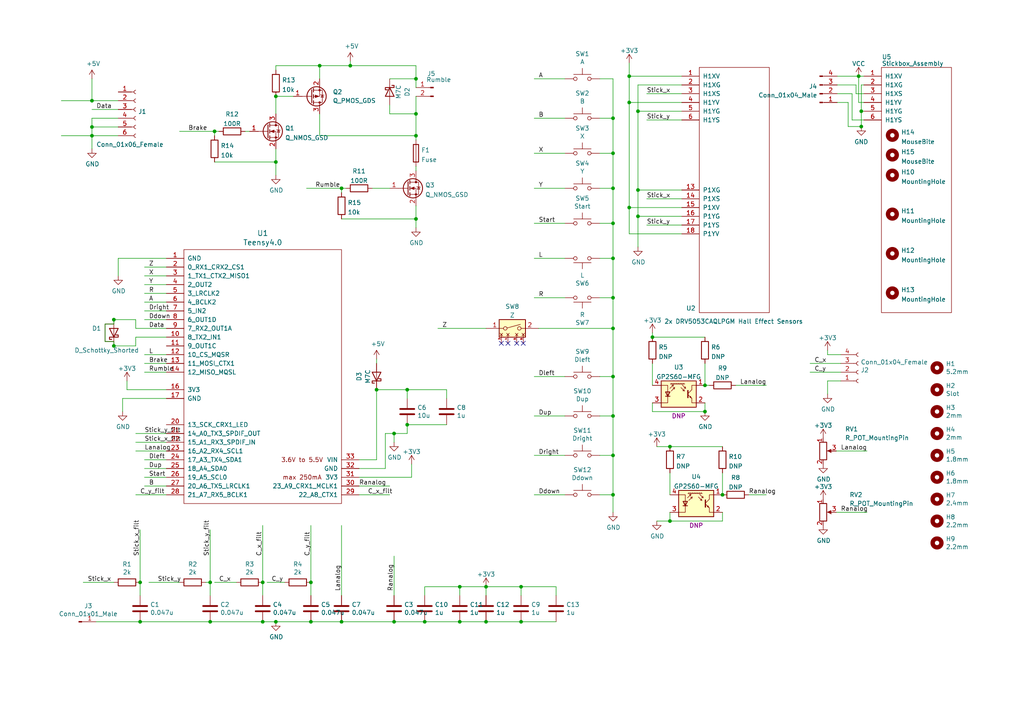
<source format=kicad_sch>
(kicad_sch (version 20211123) (generator eeschema)
  (paper "A4")
  (lib_symbols
    (symbol "Connector:Conn_01x01_Male" (pin_names (offset 1.016) hide)
      (property "Reference" "J" (at 0 2.54 0))
      (property "Value" "Conn_01x01_Male" (at 0 -2.54 0))
      (symbol "Conn_01x01_Male_1_1"
        (pin passive line (at 5.08 0 180) (length 3.81) (name "Pin_1") (number "1"))
      )
    )
    (symbol "Connector:Conn_01x02_Male" (pin_names (offset 1.016) hide)
      (property "Reference" "J" (at 0 2.54 0))
      (property "Value" "Conn_01x02_Male" (at 0 -5.08 0))
      (symbol "Conn_01x02_Male_1_1"
        (pin passive line (at 5.08 0 180) (length 3.81) (name "Pin_1") (number "1"))
        (pin passive line (at 5.08 -2.54 180) (length 3.81) (name "Pin_2") (number "2"))
      )
    )
    (symbol "Connector:Conn_01x04_Female" (pin_names (offset 1.016) hide)
      (property "Reference" "J" (at 0 5.08 0))
      (property "Value" "Conn_01x04_Female" (at 0 -7.62 0))
      (symbol "Conn_01x04_Female_1_1"
        (pin passive line (at -5.08 2.54 0) (length 3.81) (name "Pin_1") (number "1"))
        (pin passive line (at -5.08 0 0) (length 3.81) (name "Pin_2") (number "2"))
        (pin passive line (at -5.08 -2.54 0) (length 3.81) (name "Pin_3") (number "3"))
        (pin passive line (at -5.08 -5.08 0) (length 3.81) (name "Pin_4") (number "4"))
      )
    )
    (symbol "Connector:Conn_01x04_Male" (pin_names (offset 1.016) hide)
      (property "Reference" "J" (at 0 5.08 0))
      (property "Value" "Conn_01x04_Male" (at 0 -7.62 0))
      (symbol "Conn_01x04_Male_1_1"
        (pin passive line (at 5.08 2.54 180) (length 3.81) (name "Pin_1") (number "1"))
        (pin passive line (at 5.08 0 180) (length 3.81) (name "Pin_2") (number "2"))
        (pin passive line (at 5.08 -2.54 180) (length 3.81) (name "Pin_3") (number "3"))
        (pin passive line (at 5.08 -5.08 180) (length 3.81) (name "Pin_4") (number "4"))
      )
    )
    (symbol "Connector:Conn_01x06_Female" (pin_names (offset 1.016) hide)
      (property "Reference" "J" (at 0 7.62 0))
      (property "Value" "Conn_01x06_Female" (at 0 -10.16 0))
      (symbol "Conn_01x06_Female_1_1"
        (pin passive line (at -5.08 5.08 0) (length 3.81) (name "Pin_1") (number "1"))
        (pin passive line (at -5.08 2.54 0) (length 3.81) (name "Pin_2") (number "2"))
        (pin passive line (at -5.08 0 0) (length 3.81) (name "Pin_3") (number "3"))
        (pin passive line (at -5.08 -2.54 0) (length 3.81) (name "Pin_4") (number "4"))
        (pin passive line (at -5.08 -5.08 0) (length 3.81) (name "Pin_5") (number "5"))
        (pin passive line (at -5.08 -7.62 0) (length 3.81) (name "Pin_6") (number "6"))
      )
    )
    (symbol "Device:C" (pin_numbers hide) (pin_names (offset 0.254))
      (property "Reference" "C" (at 0.635 2.54 0))
      (property "Value" "C" (at 0.635 -2.54 0))
      (symbol "C_1_1"
        (pin passive line (at 0 3.81 270) (length 2.794) (name "~") (number "1"))
        (pin passive line (at 0 -3.81 90) (length 2.794) (name "~") (number "2"))
      )
    )
    (symbol "Device:D_Schottky" (pin_numbers hide) (pin_names (offset 1.016) hide)
      (property "Reference" "D" (at 0 2.54 0))
      (property "Value" "D_Schottky" (at 0 -2.54 0))
      (symbol "D_Schottky_1_1"
        (pin passive line (at -3.81 0 0) (length 2.54) (name "K") (number "1"))
        (pin passive line (at 3.81 0 180) (length 2.54) (name "A") (number "2"))
      )
    )
    (symbol "Device:Fuse" (pin_numbers hide) (pin_names (offset 0))
      (property "Reference" "F" (at 2.032 0 90))
      (property "Value" "Fuse" (at -1.905 0 90))
      (symbol "Fuse_1_1"
        (pin passive line (at 0 3.81 270) (length 1.27) (name "~") (number "1"))
        (pin passive line (at 0 -3.81 90) (length 1.27) (name "~") (number "2"))
      )
    )
    (symbol "Device:Q_NMOS_GSD" (pin_names (offset 0) hide)
      (property "Reference" "Q" (at 5.08 1.27 0))
      (property "Value" "Q_NMOS_GSD" (at 5.08 -1.27 0))
      (symbol "Q_NMOS_GSD_1_1"
        (pin input line (at -5.08 0 0) (length 2.54) (name "G") (number "1"))
        (pin passive line (at 2.54 -5.08 90) (length 2.54) (name "S") (number "2"))
        (pin passive line (at 2.54 5.08 270) (length 2.54) (name "D") (number "3"))
      )
    )
    (symbol "Device:Q_PMOS_GSD" (pin_names (offset 0) hide)
      (property "Reference" "Q" (at 5.08 1.27 0))
      (property "Value" "Q_PMOS_GSD" (at 5.08 -1.27 0))
      (symbol "Q_PMOS_GSD_1_1"
        (pin input line (at -5.08 0 0) (length 2.54) (name "G") (number "1"))
        (pin passive line (at 2.54 -5.08 90) (length 2.54) (name "S") (number "2"))
        (pin passive line (at 2.54 5.08 270) (length 2.54) (name "D") (number "3"))
      )
    )
    (symbol "Device:R" (pin_numbers hide) (pin_names (offset 0))
      (property "Reference" "R" (at 2.032 0 90))
      (property "Value" "R" (at 0 0 90))
      (symbol "R_1_1"
        (pin passive line (at 0 3.81 270) (length 1.27) (name "~") (number "1"))
        (pin passive line (at 0 -3.81 90) (length 1.27) (name "~") (number "2"))
      )
    )
    (symbol "GCC:+3.3V" (power) (pin_names (offset 0))
      (property "Value" "+3.3V" (at 0 3.556 0))
      (symbol "+3.3V_1_1"
        (pin power_in line (at 0 0 90) (length 0) hide (name "+3V3") (number "1"))
      )
    )
    (symbol "GCC:Gamecube-MB-rescue_Slider_GCC-Gamecube_MB" (pin_names (offset 1.016) hide)
      (property "Reference" "RV" (at -8.255 0 90))
      (property "Value" "Gamecube-MB-rescue_Slider_GCC-Gamecube_MB" (at -6.35 0 90))
      (symbol "Gamecube-MB-rescue_Slider_GCC-Gamecube_MB_1_1"
        (pin passive line (at 0 3.81 270) (length 1.27) (name "V+") (number "1"))
        (pin passive line (at 0 -3.81 90) (length 1.27) (name "GND") (number "2"))
        (pin passive line (at 3.81 0 180) (length 1.27) (name "Signal") (number "3"))
      )
    )
    (symbol "GCC:Gamecube-MB-rescue_Stickbox_Assembly-Gamecube_MB" (pin_names (offset 1.016))
      (property "Reference" "U" (at 12.7 -41.91 90))
      (property "Value" "Gamecube-MB-rescue_Stickbox_Assembly-Gamecube_MB" (at 8.89 -35.56 90))
      (symbol "Gamecube-MB-rescue_Stickbox_Assembly-Gamecube_MB_0_0"
        (pin unspecified line (at -5.08 -2.54 0) (length 5.08) (name "H1XV") (number "1"))
        (pin unspecified line (at -5.08 -35.56 0) (length 5.08) (name "P1XG") (number "13"))
        (pin unspecified line (at -5.08 -38.1 0) (length 5.08) (name "P1XS") (number "14"))
        (pin unspecified line (at -5.08 -40.64 0) (length 5.08) (name "P1XV") (number "15"))
        (pin unspecified line (at -5.08 -43.18 0) (length 5.08) (name "P1YG") (number "16"))
        (pin unspecified line (at -5.08 -45.72 0) (length 5.08) (name "P1YS") (number "17"))
        (pin unspecified line (at -5.08 -48.26 0) (length 5.08) (name "P1YV") (number "18"))
        (pin unspecified line (at -5.08 -5.08 0) (length 5.08) (name "H1XG") (number "2"))
        (pin unspecified line (at -5.08 -7.62 0) (length 5.08) (name "H1XS") (number "3"))
        (pin unspecified line (at -5.08 -10.16 0) (length 5.08) (name "H1YV") (number "4"))
        (pin unspecified line (at -5.08 -12.7 0) (length 5.08) (name "H1YG") (number "5"))
        (pin unspecified line (at -5.08 -15.24 0) (length 5.08) (name "H1YS") (number "6"))
      )
    )
    (symbol "Gamecube MB:D_Schottky_Shorted" (pin_numbers hide) (pin_names (offset 1.016) hide)
      (property "Reference" "D" (at 0 3.81 0))
      (property "Value" "D_Schottky_Shorted" (at 0 -2.54 0))
      (symbol "D_Schottky_Shorted_1_1"
        (pin passive line (at -3.81 0 0) (length 2.54) (name "K") (number "1"))
        (pin passive line (at 3.81 0 180) (length 2.54) (name "A") (number "2"))
      )
    )
    (symbol "Gamecube MB:Stickbox_Assembly_Hall_Only" (pin_names (offset 1.016))
      (property "Reference" "U2" (at -3.81 -69.85 0))
      (property "Value" "Stickbox_Assembly_Hall_Only" (at -10.16 -73.66 0))
      (symbol "Stickbox_Assembly_Hall_Only_0_0"
        (pin unspecified line (at -5.08 -2.54 0) (length 5.08) (name "H1XV") (number "1"))
        (pin unspecified line (at -5.08 -5.08 0) (length 5.08) (name "H1XG") (number "2"))
        (pin unspecified line (at -5.08 -7.62 0) (length 5.08) (name "H1XS") (number "3"))
        (pin unspecified line (at -5.08 -10.16 0) (length 5.08) (name "H1YV") (number "4"))
        (pin unspecified line (at -5.08 -12.7 0) (length 5.08) (name "H1YG") (number "5"))
        (pin unspecified line (at -5.08 -15.24 0) (length 5.08) (name "H1YS") (number "6"))
      )
    )
    (symbol "Mechanical:MountingHole" (pin_names (offset 1.016))
      (property "Reference" "H" (at 0 5.08 0))
      (property "Value" "MountingHole" (at 0 3.175 0))
    )
    (symbol "PhobGCC_Symbol_Library:SW_DIP_x01" (pin_names (offset 0) hide)
      (property "Reference" "SW" (at 0 3.81 0))
      (property "Value" "SW_DIP_x01" (at -0.127 -5.461 0))
      (symbol "SW_DIP_x01_1_1"
        (pin passive line (at -7.62 0 0) (length 5.08) (name "~") (number "1"))
        (pin passive line (at 7.62 0 180) (length 5.08) (name "~") (number "2"))
        (pin no_connect line (at -3.175 -1.778 270) (length 2.54) (name "") (number "3"))
        (pin no_connect line (at -1.27 -1.778 270) (length 2.54) (name "") (number "4"))
        (pin no_connect line (at 1.27 -1.778 270) (length 2.54) (name "") (number "5"))
        (pin no_connect line (at 3.175 -1.778 270) (length 2.54) (name "") (number "6"))
      )
    )
    (symbol "Sensor_Proximity:BPR-105" (pin_names (offset 0.0254) hide)
      (property "Reference" "U?" (at 0 7.7765 0))
      (property "Value" "BPR-105" (at 0 5.0014 0))
      (symbol "BPR-105_1_1"
        (pin open_collector line (at 7.62 2.54 180) (length 2.54) (name "C") (number "1"))
        (pin open_emitter line (at 7.62 -2.54 180) (length 2.54) (name "E") (number "2"))
        (pin passive line (at -7.62 -2.54 0) (length 2.54) (name "K") (number "3"))
        (pin passive line (at -7.62 2.54 0) (length 2.54) (name "A") (number "4"))
      )
    )
    (symbol "Switch:SW_Push" (pin_numbers hide) (pin_names (offset 1.016) hide)
      (property "Reference" "SW" (at 1.27 2.54 0))
      (property "Value" "SW_Push" (at 0 -1.524 0))
      (symbol "SW_Push_0_1"
        (pin passive line (at -5.08 0 0) (length 2.54) (name "1") (number "1"))
        (pin passive line (at 5.08 0 180) (length 2.54) (name "2") (number "2"))
      )
    )
    (symbol "power:+5V" (power) (pin_names (offset 0))
      (property "Value" "+5V" (at 0 3.556 0))
      (symbol "+5V_1_1"
        (pin power_in line (at 0 0 90) (length 0) hide (name "+5V") (number "1"))
      )
    )
    (symbol "power:GND" (power) (pin_names (offset 0))
      (property "Value" "GND" (at 0 -3.81 0))
      (symbol "GND_1_1"
        (pin power_in line (at 0 0 270) (length 0) hide (name "GND") (number "1"))
      )
    )
    (symbol "power:VCC" (power) (pin_names (offset 0))
      (property "Value" "VCC" (at 0 3.81 0))
      (symbol "VCC_1_1"
        (pin power_in line (at 0 0 90) (length 0) hide (name "VCC") (number "1"))
      )
    )
    (symbol "teensy:Teensy4.0" (pin_names (offset 1.016))
      (property "Reference" "U1" (at 0 41.5798 0))
      (property "Value" "Teensy4.0" (at 0 38.8874 0))
      (symbol "Teensy4.0_0_0"
        (text "3.6V to 5.5V" (at 11.43 -24.13 0) (effects (font (size 1.27 1.27))))
        (text "max 250mA" (at 11.43 -29.21 0) (effects (font (size 1.27 1.27))))
        (pin bidirectional line (at -27.94 11.43 0) (length 5.08) (name "8_TX2_IN1") (number "10"))
        (pin bidirectional line (at -27.94 8.89 0) (length 5.08) (name "9_OUT1C") (number "11"))
        (pin bidirectional line (at -27.94 6.35 0) (length 5.08) (name "10_CS_MQSR") (number "12"))
        (pin bidirectional line (at -27.94 3.81 0) (length 5.08) (name "11_MOSI_CTX1") (number "13"))
        (pin bidirectional line (at -27.94 1.27 0) (length 5.08) (name "12_MISO_MQSL") (number "14"))
        (pin power_in line (at -27.94 -3.81 0) (length 5.08) (name "3V3") (number "16"))
        (pin power_in line (at -27.94 -6.35 0) (length 5.08) (name "GND") (number "17"))
        (pin bidirectional line (at -27.94 -13.97 0) (length 5.08) (name "13_SCK_CRX1_LED") (number "20"))
        (pin bidirectional line (at -27.94 -16.51 0) (length 5.08) (name "14_A0_TX3_SPDIF_OUT") (number "21"))
        (pin bidirectional line (at -27.94 -19.05 0) (length 5.08) (name "15_A1_RX3_SPDIF_IN") (number "22"))
        (pin bidirectional line (at -27.94 -21.59 0) (length 5.08) (name "16_A2_RX4_SCL1") (number "23"))
        (pin bidirectional line (at -27.94 -24.13 0) (length 5.08) (name "17_A3_TX4_SDA1") (number "24"))
        (pin bidirectional line (at -27.94 -26.67 0) (length 5.08) (name "18_A4_SDA0") (number "25"))
        (pin bidirectional line (at -27.94 -29.21 0) (length 5.08) (name "19_A5_SCL0") (number "26"))
        (pin bidirectional line (at -27.94 -31.75 0) (length 5.08) (name "20_A6_TX5_LRCLK1") (number "27"))
        (pin bidirectional line (at -27.94 -34.29 0) (length 5.08) (name "21_A7_RX5_BCLK1") (number "28"))
        (pin bidirectional line (at 27.94 -34.29 180) (length 5.08) (name "22_A8_CTX1") (number "29"))
        (pin bidirectional line (at 27.94 -31.75 180) (length 5.08) (name "23_A9_CRX1_MCLK1") (number "30"))
        (pin power_out line (at 27.94 -29.21 180) (length 5.08) (name "3V3") (number "31"))
        (pin power_in line (at 27.94 -26.67 180) (length 5.08) (name "GND") (number "32"))
        (pin power_in line (at 27.94 -24.13 180) (length 5.08) (name "VIN") (number "33"))
        (pin bidirectional line (at -27.94 24.13 0) (length 5.08) (name "3_LRCLK2") (number "5"))
        (pin bidirectional line (at -27.94 21.59 0) (length 5.08) (name "4_BCLK2") (number "6"))
        (pin bidirectional line (at -27.94 19.05 0) (length 5.08) (name "5_IN2") (number "7"))
        (pin bidirectional line (at -27.94 16.51 0) (length 5.08) (name "6_OUT1D") (number "8"))
        (pin bidirectional line (at -27.94 13.97 0) (length 5.08) (name "7_RX2_OUT1A") (number "9"))
      )
      (symbol "Teensy4.0_1_1"
        (pin power_in line (at -27.94 34.29 0) (length 5.08) (name "GND") (number "1"))
        (pin bidirectional line (at -27.94 31.75 0) (length 5.08) (name "0_RX1_CRX2_CS1") (number "2"))
        (pin bidirectional line (at -27.94 29.21 0) (length 5.08) (name "1_TX1_CTX2_MISO1") (number "3"))
        (pin bidirectional line (at -27.94 26.67 0) (length 5.08) (name "2_OUT2") (number "4"))
      )
    )
  )
  (junction (at 151.13 170.18))
  (junction (at 151.13 180.34))
  (junction (at 120.65 39.37))
  (junction (at 133.35 180.34))
  (junction (at 114.3 125.73))
  (junction (at 177.8 44.45))
  (junction (at 177.8 54.61))
  (junction (at 182.499 22.098))
  (junction (at 204.47 119.38))
  (junction (at 194.31 151.13))
  (junction (at 123.19 180.34))
  (junction (at 204.47 111.76))
  (junction (at 177.8 109.22))
  (junction (at 140.97 170.18))
  (junction (at 249.809 36.703))
  (junction (at 120.65 22.86))
  (junction (at 80.01 46.99))
  (junction (at 249.047 22.098))
  (junction (at 177.8 143.51))
  (junction (at 120.65 33.02))
  (junction (at 185.039 55.118))
  (junction (at 140.97 180.34))
  (junction (at 26.67 36.83))
  (junction (at 33.02 92.71))
  (junction (at 92.71 19.05))
  (junction (at 60.96 180.34))
  (junction (at 189.23 97.79))
  (junction (at 182.499 29.718))
  (junction (at 177.8 132.08))
  (junction (at 118.11 113.03))
  (junction (at 90.17 180.34))
  (junction (at 133.35 170.18))
  (junction (at 90.17 168.91))
  (junction (at 101.6 19.05))
  (junction (at 80.01 180.34))
  (junction (at 120.65 63.5))
  (junction (at 109.22 113.03))
  (junction (at 185.039 32.258))
  (junction (at 62.23 38.1))
  (junction (at 177.8 34.29))
  (junction (at 194.31 129.54))
  (junction (at 76.2 168.91))
  (junction (at 99.06 180.34))
  (junction (at 249.809 32.258))
  (junction (at 177.8 86.36))
  (junction (at 177.8 120.65))
  (junction (at 114.3 180.34))
  (junction (at 99.06 54.61))
  (junction (at 40.64 180.34))
  (junction (at 177.8 74.93))
  (junction (at 26.67 39.37))
  (junction (at 118.11 123.19))
  (junction (at 80.01 27.94))
  (junction (at 182.499 60.198))
  (junction (at 33.02 100.33))
  (junction (at 26.67 29.21))
  (junction (at 177.8 64.77))
  (junction (at 177.8 95.25))
  (junction (at 60.96 168.91))
  (junction (at 185.039 62.738))
  (junction (at 76.2 180.34))
  (junction (at 209.55 143.51))
  (junction (at 40.64 168.91))
  (no_connect (at 151.765 99.568))
  (no_connect (at 145.415 99.568))
  (no_connect (at 147.32 99.568))
  (no_connect (at 149.86 99.568))
  (wire (pts (xy 204.47 111.76) (xy 205.74 111.76)))
  (wire (pts (xy 48.26 140.97) (xy 41.91 140.97)))
  (wire (pts (xy 120.65 22.86) (xy 120.65 19.05)))
  (wire (pts (xy 173.99 54.61) (xy 177.8 54.61)))
  (wire (pts (xy 104.14 135.89) (xy 111.76 135.89)))
  (wire (pts (xy 123.19 172.72) (xy 123.19 170.18)))
  (wire (pts (xy 177.8 143.51) (xy 177.8 148.59)))
  (wire (pts (xy 177.8 120.65) (xy 177.8 132.08)))
  (wire (pts (xy 120.65 59.69) (xy 120.65 63.5)))
  (wire (pts (xy 204.47 119.38) (xy 189.23 119.38)))
  (wire (pts (xy 127 95.25) (xy 140.97 95.25)))
  (wire (pts (xy 41.91 107.95) (xy 48.26 107.95)))
  (wire (pts (xy 48.26 115.57) (xy 35.56 115.57)))
  (wire (pts (xy 156.21 95.25) (xy 177.8 95.25)))
  (wire (pts (xy 247.142 34.798) (xy 247.142 27.178)))
  (wire (pts (xy 33.02 99.06) (xy 33.02 100.33)))
  (wire (pts (xy 133.35 170.18) (xy 140.97 170.18)))
  (wire (pts (xy 99.06 54.61) (xy 100.33 54.61)))
  (wire (pts (xy 120.65 39.37) (xy 120.65 40.64)))
  (wire (pts (xy 243.84 105.41) (xy 234.95 105.41)))
  (wire (pts (xy 113.03 140.97) (xy 104.14 140.97)))
  (wire (pts (xy 114.3 172.72) (xy 114.3 161.29)))
  (wire (pts (xy 209.55 137.16) (xy 209.55 143.51)))
  (wire (pts (xy 243.84 107.95) (xy 234.95 107.95)))
  (wire (pts (xy 114.3 125.73) (xy 114.3 128.27)))
  (wire (pts (xy 204.47 116.84) (xy 204.47 119.38)))
  (wire (pts (xy 163.83 120.65) (xy 154.94 120.65)))
  (wire (pts (xy 177.8 54.61) (xy 177.8 44.45)))
  (wire (pts (xy 185.039 62.738) (xy 197.739 62.738)))
  (wire (pts (xy 151.13 172.72) (xy 151.13 170.18)))
  (wire (pts (xy 118.11 123.19) (xy 118.11 125.73)))
  (wire (pts (xy 250.571 34.798) (xy 247.142 34.798)))
  (wire (pts (xy 197.739 22.098) (xy 182.499 22.098)))
  (wire (pts (xy 109.22 113.03) (xy 109.22 133.35)))
  (wire (pts (xy 40.64 180.34) (xy 60.96 180.34)))
  (wire (pts (xy 242.824 29.718) (xy 245.999 29.718)))
  (wire (pts (xy 76.2 152.4) (xy 76.2 168.91)))
  (wire (pts (xy 249.047 29.718) (xy 249.047 22.098)))
  (wire (pts (xy 80.01 19.05) (xy 80.01 20.32)))
  (wire (pts (xy 189.23 96.52) (xy 189.23 97.79)))
  (wire (pts (xy 113.03 143.51) (xy 104.14 143.51)))
  (wire (pts (xy 34.29 36.83) (xy 26.67 36.83)))
  (wire (pts (xy 90.17 152.4) (xy 90.17 168.91)))
  (wire (pts (xy 249.809 24.638) (xy 249.809 32.258)))
  (wire (pts (xy 92.71 22.86) (xy 92.71 19.05)))
  (wire (pts (xy 194.31 151.13) (xy 194.31 148.59)))
  (wire (pts (xy 109.22 104.14) (xy 109.22 105.41)))
  (wire (pts (xy 173.99 64.77) (xy 177.8 64.77)))
  (wire (pts (xy 39.37 97.79) (xy 48.26 97.79)))
  (wire (pts (xy 194.31 137.16) (xy 194.31 143.51)))
  (wire (pts (xy 209.55 148.59) (xy 209.55 151.13)))
  (wire (pts (xy 129.54 115.57) (xy 129.54 113.03)))
  (wire (pts (xy 109.22 113.03) (xy 118.11 113.03)))
  (wire (pts (xy 118.11 113.03) (xy 129.54 113.03)))
  (wire (pts (xy 34.29 31.75) (xy 26.67 31.75)))
  (wire (pts (xy 140.97 180.34) (xy 133.35 180.34)))
  (wire (pts (xy 163.83 143.51) (xy 154.94 143.51)))
  (wire (pts (xy 60.96 168.91) (xy 59.69 168.91)))
  (wire (pts (xy 120.65 27.94) (xy 120.65 33.02)))
  (wire (pts (xy 189.23 119.38) (xy 189.23 116.84)))
  (wire (pts (xy 190.5 129.54) (xy 194.31 129.54)))
  (wire (pts (xy 40.64 153.67) (xy 40.64 168.91)))
  (wire (pts (xy 113.03 22.86) (xy 120.65 22.86)))
  (wire (pts (xy 36.83 113.03) (xy 36.83 110.49)))
  (wire (pts (xy 118.11 113.03) (xy 118.11 115.57)))
  (wire (pts (xy 80.01 27.94) (xy 80.01 33.02)))
  (wire (pts (xy 80.01 27.94) (xy 85.09 27.94)))
  (wire (pts (xy 249.809 32.258) (xy 249.809 36.703)))
  (wire (pts (xy 187.579 65.278) (xy 197.739 65.278)))
  (wire (pts (xy 163.83 86.36) (xy 154.94 86.36)))
  (wire (pts (xy 92.71 19.05) (xy 101.6 19.05)))
  (wire (pts (xy 213.36 111.76) (xy 222.25 111.76)))
  (wire (pts (xy 120.65 33.02) (xy 113.03 33.02)))
  (wire (pts (xy 249.047 22.098) (xy 250.571 22.098)))
  (wire (pts (xy 34.29 39.37) (xy 26.67 39.37)))
  (wire (pts (xy 185.039 55.118) (xy 197.739 55.118)))
  (wire (pts (xy 113.03 33.02) (xy 113.03 30.48)))
  (wire (pts (xy 182.499 67.818) (xy 182.499 60.198)))
  (wire (pts (xy 111.76 135.89) (xy 111.76 125.73)))
  (wire (pts (xy 182.499 60.198) (xy 197.739 60.198)))
  (wire (pts (xy 243.84 110.49) (xy 240.03 110.49)))
  (wire (pts (xy 140.97 180.34) (xy 151.13 180.34)))
  (wire (pts (xy 35.56 115.57) (xy 35.56 119.38)))
  (wire (pts (xy 92.71 33.02) (xy 92.71 39.37)))
  (wire (pts (xy 120.65 33.02) (xy 120.65 39.37)))
  (wire (pts (xy 185.039 32.258) (xy 185.039 24.638)))
  (wire (pts (xy 90.17 180.34) (xy 99.06 180.34)))
  (wire (pts (xy 177.8 86.36) (xy 177.8 95.25)))
  (wire (pts (xy 133.35 170.18) (xy 133.35 172.72)))
  (wire (pts (xy 177.8 132.08) (xy 177.8 143.51)))
  (wire (pts (xy 209.55 151.13) (xy 194.31 151.13)))
  (wire (pts (xy 41.91 105.41) (xy 48.26 105.41)))
  (wire (pts (xy 177.8 44.45) (xy 177.8 34.29)))
  (wire (pts (xy 163.83 132.08) (xy 154.94 132.08)))
  (wire (pts (xy 48.26 133.35) (xy 41.91 133.35)))
  (wire (pts (xy 33.02 93.98) (xy 30.48 93.98)))
  (wire (pts (xy 247.142 27.178) (xy 242.824 27.178)))
  (wire (pts (xy 177.8 86.36) (xy 177.8 74.93)))
  (wire (pts (xy 187.579 57.658) (xy 197.739 57.658)))
  (wire (pts (xy 52.07 38.1) (xy 62.23 38.1)))
  (wire (pts (xy 161.29 172.72) (xy 161.29 170.18)))
  (wire (pts (xy 163.83 34.29) (xy 154.94 34.29)))
  (wire (pts (xy 39.37 100.33) (xy 33.02 100.33)))
  (wire (pts (xy 182.499 22.098) (xy 182.499 29.718)))
  (wire (pts (xy 243.84 102.87) (xy 240.03 102.87)))
  (wire (pts (xy 80.01 43.18) (xy 80.01 46.99)))
  (wire (pts (xy 182.499 29.718) (xy 182.499 60.198)))
  (wire (pts (xy 163.83 54.61) (xy 154.94 54.61)))
  (wire (pts (xy 185.039 32.258) (xy 197.739 32.258)))
  (wire (pts (xy 34.29 29.21) (xy 26.67 29.21)))
  (wire (pts (xy 48.26 102.87) (xy 41.91 102.87)))
  (wire (pts (xy 118.11 125.73) (xy 114.3 125.73)))
  (wire (pts (xy 163.83 74.93) (xy 154.94 74.93)))
  (wire (pts (xy 48.26 77.47) (xy 41.91 77.47)))
  (wire (pts (xy 52.07 168.91) (xy 43.18 168.91)))
  (wire (pts (xy 111.76 125.73) (xy 114.3 125.73)))
  (wire (pts (xy 140.97 170.18) (xy 140.97 172.72)))
  (wire (pts (xy 48.26 80.01) (xy 41.91 80.01)))
  (wire (pts (xy 99.06 54.61) (xy 99.06 55.88)))
  (wire (pts (xy 62.23 38.1) (xy 63.5 38.1)))
  (wire (pts (xy 48.26 135.89) (xy 41.91 135.89)))
  (wire (pts (xy 48.26 92.71) (xy 41.91 92.71)))
  (wire (pts (xy 177.8 74.93) (xy 177.8 64.77)))
  (wire (pts (xy 173.99 143.51) (xy 177.8 143.51)))
  (wire (pts (xy 194.31 129.54) (xy 209.55 129.54)))
  (wire (pts (xy 173.99 109.22) (xy 177.8 109.22)))
  (wire (pts (xy 76.2 168.91) (xy 76.2 172.72)))
  (wire (pts (xy 48.26 138.43) (xy 41.91 138.43)))
  (wire (pts (xy 151.13 180.34) (xy 161.29 180.34)))
  (wire (pts (xy 217.17 143.51) (xy 222.25 143.51)))
  (wire (pts (xy 48.26 143.51) (xy 39.37 143.51)))
  (wire (pts (xy 99.06 152.4) (xy 99.06 172.72)))
  (wire (pts (xy 245.999 29.718) (xy 245.999 36.703)))
  (wire (pts (xy 163.83 22.86) (xy 154.94 22.86)))
  (wire (pts (xy 189.23 97.79) (xy 204.47 97.79)))
  (wire (pts (xy 182.499 67.818) (xy 197.739 67.818)))
  (wire (pts (xy 250.571 24.638) (xy 249.809 24.638)))
  (wire (pts (xy 88.9 54.61) (xy 99.06 54.61)))
  (wire (pts (xy 114.3 180.34) (xy 123.19 180.34)))
  (wire (pts (xy 24.13 168.91) (xy 33.02 168.91)))
  (wire (pts (xy 173.99 132.08) (xy 177.8 132.08)))
  (wire (pts (xy 250.571 29.718) (xy 249.047 29.718)))
  (wire (pts (xy 189.23 105.41) (xy 189.23 111.76)))
  (wire (pts (xy 177.8 22.86) (xy 177.8 34.29)))
  (wire (pts (xy 177.8 64.77) (xy 177.8 54.61)))
  (wire (pts (xy 185.039 62.738) (xy 185.039 71.628)))
  (wire (pts (xy 39.37 92.71) (xy 33.02 92.71)))
  (wire (pts (xy 197.739 29.718) (xy 182.499 29.718)))
  (wire (pts (xy 187.579 34.798) (xy 197.739 34.798)))
  (wire (pts (xy 39.37 125.73) (xy 48.26 125.73)))
  (wire (pts (xy 48.26 90.17) (xy 41.91 90.17)))
  (wire (pts (xy 123.19 170.18) (xy 133.35 170.18)))
  (wire (pts (xy 48.26 113.03) (xy 36.83 113.03)))
  (wire (pts (xy 48.26 85.09) (xy 41.91 85.09)))
  (wire (pts (xy 249.809 32.258) (xy 250.571 32.258)))
  (wire (pts (xy 204.47 105.41) (xy 204.47 111.76)))
  (wire (pts (xy 39.37 97.79) (xy 39.37 100.33)))
  (wire (pts (xy 17.78 29.21) (xy 26.67 29.21)))
  (wire (pts (xy 62.23 168.91) (xy 68.58 168.91)))
  (wire (pts (xy 240.03 110.49) (xy 240.03 114.3)))
  (wire (pts (xy 39.37 130.81) (xy 48.26 130.81)))
  (wire (pts (xy 120.65 39.37) (xy 92.71 39.37)))
  (wire (pts (xy 99.06 63.5) (xy 120.65 63.5)))
  (wire (pts (xy 173.99 86.36) (xy 177.8 86.36)))
  (wire (pts (xy 26.67 34.29) (xy 26.67 36.83)))
  (wire (pts (xy 27.94 180.34) (xy 40.64 180.34)))
  (wire (pts (xy 99.06 180.34) (xy 114.3 180.34)))
  (wire (pts (xy 62.23 38.1) (xy 62.23 39.37)))
  (wire (pts (xy 161.29 170.18) (xy 151.13 170.18)))
  (wire (pts (xy 71.12 38.1) (xy 72.39 38.1)))
  (wire (pts (xy 119.38 138.43) (xy 104.14 138.43)))
  (wire (pts (xy 62.23 46.99) (xy 80.01 46.99)))
  (wire (pts (xy 80.01 180.34) (xy 90.17 180.34)))
  (wire (pts (xy 173.99 34.29) (xy 177.8 34.29)))
  (wire (pts (xy 242.57 130.81) (xy 251.46 130.81)))
  (wire (pts (xy 26.67 39.37) (xy 26.67 43.18)))
  (wire (pts (xy 173.99 120.65) (xy 177.8 120.65)))
  (wire (pts (xy 48.26 82.55) (xy 41.91 82.55)))
  (wire (pts (xy 185.039 62.738) (xy 185.039 55.118)))
  (wire (pts (xy 104.14 133.35) (xy 109.22 133.35)))
  (wire (pts (xy 101.6 17.78) (xy 101.6 19.05)))
  (wire (pts (xy 120.65 25.4) (xy 120.65 22.86)))
  (wire (pts (xy 177.8 109.22) (xy 177.8 120.65)))
  (wire (pts (xy 120.65 63.5) (xy 120.65 66.04)))
  (wire (pts (xy 173.99 44.45) (xy 177.8 44.45)))
  (wire (pts (xy 39.37 95.25) (xy 39.37 92.71)))
  (wire (pts (xy 163.83 44.45) (xy 154.94 44.45)))
  (wire (pts (xy 151.13 170.18) (xy 140.97 170.18)))
  (wire (pts (xy 60.96 153.67) (xy 60.96 168.91)))
  (wire (pts (xy 245.999 36.703) (xy 249.809 36.703)))
  (wire (pts (xy 242.824 22.098) (xy 249.047 22.098)))
  (wire (pts (xy 177.8 95.25) (xy 177.8 109.22)))
  (wire (pts (xy 48.26 74.93) (xy 34.29 74.93)))
  (wire (pts (xy 60.96 180.34) (xy 76.2 180.34)))
  (wire (pts (xy 107.95 54.61) (xy 113.03 54.61)))
  (wire (pts (xy 90.17 168.91) (xy 90.17 172.72)))
  (wire (pts (xy 163.83 64.77) (xy 154.94 64.77)))
  (wire (pts (xy 39.37 128.27) (xy 48.26 128.27)))
  (wire (pts (xy 173.99 22.86) (xy 177.8 22.86)))
  (wire (pts (xy 240.03 102.87) (xy 240.03 101.6)))
  (wire (pts (xy 34.29 74.93) (xy 34.29 80.01)))
  (wire (pts (xy 60.96 168.91) (xy 60.96 172.72)))
  (wire (pts (xy 26.67 36.83) (xy 26.67 39.37)))
  (wire (pts (xy 248.285 27.178) (xy 250.571 27.178)))
  (wire (pts (xy 80.01 180.34) (xy 76.2 180.34)))
  (wire (pts (xy 48.26 87.63) (xy 41.91 87.63)))
  (wire (pts (xy 40.64 172.72) (xy 40.64 168.91)))
  (wire (pts (xy 80.01 46.99) (xy 80.01 50.8)))
  (wire (pts (xy 242.824 24.638) (xy 248.285 24.638)))
  (wire (pts (xy 242.57 148.59) (xy 251.46 148.59)))
  (wire (pts (xy 182.499 18.288) (xy 182.499 22.098)))
  (wire (pts (xy 185.039 24.638) (xy 197.739 24.638)))
  (wire (pts (xy 39.37 95.25) (xy 48.26 95.25)))
  (wire (pts (xy 163.83 109.22) (xy 154.94 109.22)))
  (wire (pts (xy 26.67 29.21) (xy 26.67 22.86)))
  (wire (pts (xy 120.65 48.26) (xy 120.65 49.53)))
  (wire (pts (xy 123.19 180.34) (xy 133.35 180.34)))
  (wire (pts (xy 92.71 19.05) (xy 80.01 19.05)))
  (wire (pts (xy 118.11 123.19) (xy 129.54 123.19)))
  (wire (pts (xy 30.48 99.06) (xy 33.02 99.06)))
  (wire (pts (xy 119.38 134.62) (xy 119.38 138.43)))
  (wire (pts (xy 34.29 34.29) (xy 26.67 34.29)))
  (wire (pts (xy 197.739 27.178) (xy 187.579 27.178)))
  (wire (pts (xy 185.039 32.258) (xy 185.039 55.118)))
  (wire (pts (xy 77.47 168.91) (xy 82.55 168.91)))
  (wire (pts (xy 30.48 93.98) (xy 30.48 99.06)))
  (wire (pts (xy 17.78 39.37) (xy 26.67 39.37)))
  (wire (pts (xy 120.65 19.05) (xy 101.6 19.05)))
  (wire (pts (xy 33.02 92.71) (xy 33.02 93.98)))
  (wire (pts (xy 248.285 24.638) (xy 248.285 27.178)))
  (wire (pts (xy 190.5 151.13) (xy 194.31 151.13)))
  (wire (pts (xy 173.99 74.93) (xy 177.8 74.93)))
  (label "Lanalog" (at 214.63 111.76 0))
  (label "C_y_filt" (at 40.64 143.51 0))
  (label "Stick_y" (at 187.579 65.278 0))
  (label "A" (at 156.21 22.86 0))
  (label "A" (at 43.18 87.63 0))
  (label "Ranalog" (at 114.3 171.45 90))
  (label "Dleft" (at 43.18 133.35 0))
  (label "Z" (at 43.18 77.47 0))
  (label "L" (at 156.21 74.93 0))
  (label "Stick_y" (at 45.72 168.91 0))
  (label "C_x" (at 236.22 105.41 0))
  (label "Stick_x" (at 187.579 27.178 0))
  (label "Stick_x" (at 187.579 57.658 0))
  (label "Lanalog" (at 41.91 130.81 0))
  (label "Rumble" (at 91.44 54.61 0))
  (label "Dleft" (at 156.21 109.22 0))
  (label "Ranalog" (at 217.17 143.51 0))
  (label "Data" (at 27.94 31.75 0))
  (label "Ranalog" (at 104.14 140.97 0))
  (label "B" (at 156.21 34.29 0))
  (label "C_y" (at 78.74 168.91 0))
  (label "Rumble" (at 43.18 107.95 0))
  (label "Z" (at 128.27 95.25 0))
  (label "C_x_filt" (at 76.2 161.29 90))
  (label "Start" (at 43.18 138.43 0))
  (label "Dright" (at 43.18 90.17 0))
  (label "C_x" (at 63.5 168.91 0))
  (label "C_y_filt" (at 90.17 161.29 90))
  (label "Stick_x" (at 25.4 168.91 0))
  (label "Dright" (at 156.21 132.08 0))
  (label "Ranalog" (at 243.84 148.59 0))
  (label "Start" (at 156.21 64.77 0))
  (label "B" (at 43.18 140.97 0))
  (label "Ddown" (at 156.21 143.51 0))
  (label "Brake" (at 43.18 105.41 0))
  (label "R" (at 156.21 86.36 0))
  (label "Stick_y_filt" (at 41.91 125.73 0))
  (label "X" (at 43.18 80.01 0))
  (label "R" (at 43.18 85.09 0))
  (label "Data" (at 43.18 95.25 0))
  (label "Lanalog" (at 243.84 130.81 0))
  (label "Stick_y" (at 187.579 34.798 0))
  (label "Y" (at 156.21 54.61 0))
  (label "Ddown" (at 43.18 92.71 0))
  (label "C_y" (at 236.22 107.95 0))
  (label "Dup" (at 43.18 135.89 0))
  (label "C_x_filt" (at 106.68 143.51 0))
  (label "Brake" (at 54.61 38.1 0))
  (label "Stick_x_filt" (at 41.91 128.27 0))
  (label "Lanalog" (at 99.06 171.45 90))
  (label "L" (at 43.18 102.87 0))
  (label "X" (at 156.21 44.45 0))
  (label "Stick_x_filt" (at 40.64 161.29 90))
  (label "Y" (at 43.18 82.55 0))
  (label "Dup" (at 156.21 120.65 0))
  (label "Stick_y_filt" (at 60.96 161.29 90))
  (symbol (lib_id "teensy:Teensy4.0") (at 76.2 109.22 0) (unit 1)
    (property "Reference" "U1" (at 76.2 67.6402 0) (effects (font (size 1.524 1.524))))
    (property "Value" "Teensy4.0" (at 76.2 70.3326 0) (effects (font (size 1.524 1.524))))
    (property "Footprint" "PhobGCC_Footprints:Teensy40_Edge_Pins" (effects hide))
  )
  (symbol (lib_id "Switch:SW_Push") (at 168.91 22.86 0) (unit 1)
    (property "Reference" "SW1" (at 168.91 15.621 0))
    (property "Value" "A" (at 168.91 17.9324 0))
    (property "Footprint" "PhobGCC_Footprints:ABXY_Contact_Omron_Switch" (effects hide))
  )
  (symbol (lib_id "Switch:SW_Push") (at 168.91 34.29 0) (unit 1)
    (property "Reference" "SW2" (at 168.91 27.051 0))
    (property "Value" "B" (at 168.91 29.3624 0))
    (property "Footprint" "PhobGCC_Footprints:ABXY_Contact_Omron_Switch" (effects hide))
  )
  (symbol (lib_id "Switch:SW_Push") (at 168.91 44.45 0) (unit 1)
    (property "Reference" "SW3" (at 168.91 37.211 0))
    (property "Value" "X" (at 168.91 39.5224 0))
    (property "Footprint" "PhobGCC_Footprints:ABXY_Contact_Omron_Switch" (effects hide))
  )
  (symbol (lib_id "Switch:SW_Push") (at 168.91 54.61 0) (unit 1)
    (property "Reference" "SW4" (at 168.91 47.371 0))
    (property "Value" "Y" (at 168.91 49.6824 0))
    (property "Footprint" "PhobGCC_Footprints:ABXY_Contact_Omron_Switch" (effects hide))
  )
  (symbol (lib_id "Switch:SW_Push") (at 168.91 64.77 0) (unit 1)
    (property "Reference" "SW5" (at 168.91 57.531 0))
    (property "Value" "Start" (at 168.91 59.8424 0))
    (property "Footprint" "PhobGCC_Footprints:Start_Contact" (effects hide))
  )
  (symbol (lib_id "Switch:SW_Push") (at 168.91 74.93 180) (unit 1)
    (property "Reference" "SW6" (at 168.91 82.169 0))
    (property "Value" "L" (at 168.91 79.8576 0))
    (property "Footprint" "PhobGCC_Footprints:Pin_Header_Straight_1x02_Pitch2.54mm" (effects hide))
  )
  (symbol (lib_id "Switch:SW_Push") (at 168.91 86.36 180) (unit 1)
    (property "Reference" "SW7" (at 168.91 93.599 0))
    (property "Value" "R" (at 168.91 91.2876 0))
    (property "Footprint" "PhobGCC_Footprints:Pin_Header_Straight_1x02_Pitch2.54mm" (effects hide))
  )
  (symbol (lib_id "power:GND") (at 34.29 80.01 0) (unit 1)
    (property "Reference" "#PWR0102" (effects hide))
    (property "Value" "GND" (at 34.417 84.4042 0))
  )
  (symbol (lib_id "power:GND") (at 177.8 148.59 0) (unit 1)
    (property "Reference" "#PWR0103" (effects hide))
    (property "Value" "GND" (at 177.927 152.9842 0))
  )
  (symbol (lib_id "power:+5V") (at 26.67 22.86 0) (unit 1)
    (property "Reference" "#PWR0113" (effects hide))
    (property "Value" "+5V" (at 27.051 18.4658 0))
  )
  (symbol (lib_id "Connector:Conn_01x06_Female") (at 39.37 31.75 0) (unit 1)
    (property "Reference" "J1" (at 40.0812 32.3596 0) (effects (justify left)))
    (property "Value" "Conn_01x06_Female" (at 27.94 41.91 0) (effects (justify left)))
    (property "Footprint" "PhobGCC_Footprints:GCC_Header_Straight_1x06_Pitch2.00mm" (effects hide))
  )
  (symbol (lib_id "GCC:Gamecube-MB-rescue_Slider_GCC-Gamecube_MB") (at 238.76 130.81 0) (unit 1)
    (property "Reference" "RV1" (at 245.11 124.46 0) (effects (justify left)))
    (property "Value" "R_POT_MountingPin" (at 245.11 127 0) (effects (justify left)))
    (property "Footprint" "PhobGCC_Footprints:GCC_Slider" (effects hide))
  )
  (symbol (lib_id "Connector:Conn_01x04_Female") (at 248.92 107.95 0) (mirror x) (unit 1)
    (property "Reference" "J2" (at 249.6312 107.3404 0) (effects (justify left)))
    (property "Value" "Conn_01x04_Female" (at 249.6312 105.029 0) (effects (justify left)))
    (property "Footprint" "PhobGCC_Footprints:PinHeader_1x04_P2.00mm_Vertical" (effects hide))
  )
  (symbol (lib_id "GCC:Gamecube-MB-rescue_Slider_GCC-Gamecube_MB") (at 238.76 148.59 0) (unit 1)
    (property "Reference" "RV2" (at 246.38 143.51 0) (effects (justify left)))
    (property "Value" "R_POT_MountingPin" (at 246.38 146.05 0) (effects (justify left)))
    (property "Footprint" "PhobGCC_Footprints:GCC_Slider" (effects hide))
  )
  (symbol (lib_id "power:GND") (at 240.03 114.3 0) (unit 1)
    (property "Reference" "#PWR0108" (effects hide))
    (property "Value" "GND" (at 240.157 118.6942 0))
  )
  (symbol (lib_id "Switch:SW_Push") (at 168.91 109.22 0) (unit 1)
    (property "Reference" "SW9" (at 168.91 101.981 0))
    (property "Value" "Dleft" (at 168.91 104.2924 0))
    (property "Footprint" "PhobGCC_Footprints:Dpad_Contact_TL3315NF_2" (effects hide))
  )
  (symbol (lib_id "power:GND") (at 238.76 134.62 0) (unit 1)
    (property "Reference" "#PWR0115" (effects hide))
    (property "Value" "GND" (at 238.887 139.0142 0))
  )
  (symbol (lib_id "Switch:SW_Push") (at 168.91 120.65 0) (unit 1)
    (property "Reference" "SW10" (at 168.91 113.411 0))
    (property "Value" "Dup" (at 168.91 115.7224 0))
    (property "Footprint" "PhobGCC_Footprints:Dpad_Contact_TL3315NF_2" (effects hide))
  )
  (symbol (lib_id "Switch:SW_Push") (at 168.91 132.08 0) (unit 1)
    (property "Reference" "SW11" (at 168.91 124.841 0))
    (property "Value" "Dright" (at 168.91 127.1524 0))
    (property "Footprint" "PhobGCC_Footprints:Dpad_Contact_TL3315NF_2" (effects hide))
  )
  (symbol (lib_id "Switch:SW_Push") (at 168.91 143.51 0) (unit 1)
    (property "Reference" "SW12" (at 168.91 136.271 0))
    (property "Value" "Ddown" (at 168.91 138.5824 0))
    (property "Footprint" "PhobGCC_Footprints:Dpad_Contact_TL3315NF_2" (effects hide))
  )
  (symbol (lib_id "power:GND") (at 238.76 152.4 0) (unit 1)
    (property "Reference" "#PWR0117" (effects hide))
    (property "Value" "GND" (at 238.887 156.7942 0))
  )
  (symbol (lib_id "PhobGCC_Symbol_Library:SW_DIP_x01") (at 148.59 95.25 0) (unit 1)
    (property "Reference" "SW8" (at 148.59 88.9 0))
    (property "Value" "Z" (at 148.59 91.44 0))
    (property "Footprint" "PhobGCC_Footprints:Z_Switch_Edge_Omron" (effects hide))
    (property "Configuration_Pole-Throw" "Single Pole - Single Throw" (effects hide))
    (property "Contact_Current_Rating" "50 mA" (effects hide))
    (property "Comment" "1825027-5" (effects hide))
    (property "EU_RoHS_Compliance" "Compliant" (effects hide))
  )
  (symbol (lib_id "GCC:Gamecube-MB-rescue_Stickbox_Assembly-Gamecube_MB") (at 202.819 19.558 0) (unit 1)
    (property "Reference" "U2" (at 199.009 89.408 0) (effects (justify left)))
    (property "Value" "2x DRV5053CAQLPGM Hall Effect Sensors" (at 192.659 93.218 0) (effects (justify left)))
    (property "Footprint" "PhobGCC_Footprints:GCC_Stickbox_2" (effects hide))
  )
  (symbol (lib_id "power:GND") (at 185.039 71.628 0) (unit 1)
    (property "Reference" "#PWR0101" (effects hide))
    (property "Value" "GND" (at 185.166 76.0222 0))
  )
  (symbol (lib_id "Device:C") (at 40.64 176.53 0) (unit 1)
    (property "Reference" "C1" (at 43.561 175.3616 0) (effects (justify left)))
    (property "Value" "0.047u" (at 43.561 177.673 0) (effects (justify left)))
    (property "Footprint" "PhobGCC_Footprints:C_0603_HandSoldering" (effects hide))
    (property "LCSC" "C1622" (effects hide))
  )
  (symbol (lib_id "Device:C") (at 60.96 176.53 0) (unit 1)
    (property "Reference" "C2" (at 63.881 175.3616 0) (effects (justify left)))
    (property "Value" "0.047u" (at 63.881 177.673 0) (effects (justify left)))
    (property "Footprint" "PhobGCC_Footprints:C_0603_HandSoldering" (effects hide))
    (property "LCSC" "C1622" (effects hide))
  )
  (symbol (lib_id "Device:C") (at 114.3 176.53 0) (unit 1)
    (property "Reference" "C3" (at 117.221 175.3616 0) (effects (justify left)))
    (property "Value" "0.047u" (at 117.221 177.673 0) (effects (justify left)))
    (property "Footprint" "PhobGCC_Footprints:C_0603_HandSoldering" (effects hide))
    (property "LCSC" "C1622" (effects hide))
  )
  (symbol (lib_id "Device:C") (at 76.2 176.53 0) (unit 1)
    (property "Reference" "C4" (at 79.121 175.3616 0) (effects (justify left)))
    (property "Value" "0.047u" (at 79.121 177.673 0) (effects (justify left)))
    (property "Footprint" "PhobGCC_Footprints:C_0603_HandSoldering" (effects hide))
    (property "LCSC" "C1622" (effects hide))
  )
  (symbol (lib_id "Device:C") (at 90.17 176.53 0) (unit 1)
    (property "Reference" "C5" (at 93.091 175.3616 0) (effects (justify left)))
    (property "Value" "0.047u" (at 93.091 177.673 0) (effects (justify left)))
    (property "Footprint" "PhobGCC_Footprints:C_0603_HandSoldering" (effects hide))
    (property "LCSC" "C1622" (effects hide))
  )
  (symbol (lib_id "Device:C") (at 99.06 176.53 0) (unit 1)
    (property "Reference" "C7" (at 101.981 175.3616 0) (effects (justify left)))
    (property "Value" "0.047u" (at 101.981 177.673 0) (effects (justify left)))
    (property "Footprint" "PhobGCC_Footprints:C_0603_HandSoldering" (effects hide))
    (property "LCSC" "C1622" (effects hide))
  )
  (symbol (lib_id "power:GND") (at 80.01 180.34 0) (unit 1)
    (property "Reference" "#PWR0109" (effects hide))
    (property "Value" "GND" (at 80.137 184.7342 0))
  )
  (symbol (lib_id "Device:C") (at 133.35 176.53 0) (unit 1)
    (property "Reference" "C11" (at 136.271 175.3616 0) (effects (justify left)))
    (property "Value" "1u" (at 136.271 177.673 0) (effects (justify left)))
    (property "Footprint" "PhobGCC_Footprints:C_0603_1608Metric_Pad1.08x0.95mm_HandSolder" (effects hide))
    (property "LCSC" "C15849" (effects hide))
  )
  (symbol (lib_id "Device:C") (at 140.97 176.53 0) (unit 1)
    (property "Reference" "C12" (at 143.891 175.3616 0) (effects (justify left)))
    (property "Value" "1u" (at 143.891 177.673 0) (effects (justify left)))
    (property "Footprint" "PhobGCC_Footprints:C_0603_1608Metric_Pad1.08x0.95mm_HandSolder" (effects hide))
    (property "LCSC" "C15849" (effects hide))
  )
  (symbol (lib_id "power:GND") (at 26.67 43.18 0) (unit 1)
    (property "Reference" "#PWR0112" (effects hide))
    (property "Value" "GND" (at 26.797 47.5742 0))
  )
  (symbol (lib_id "Connector:Conn_01x01_Male") (at 22.86 180.34 0) (unit 1)
    (property "Reference" "J3" (at 25.6032 175.7426 0))
    (property "Value" "Conn_01x01_Male" (at 25.6032 178.054 0))
    (property "Footprint" "PhobGCC_Footprints:PinHeader_1x01_P2.54mm_Vertical" (effects hide))
  )
  (symbol (lib_id "Mechanical:MountingHole") (at 271.78 106.68 0) (unit 1)
    (property "Reference" "H1" (at 274.32 105.5116 0) (effects (justify left)))
    (property "Value" "5.2mm" (at 274.32 107.823 0) (effects (justify left)))
    (property "Footprint" "PhobGCC_Footprints:MountingHole_5.2mm" (effects hide))
  )
  (symbol (lib_id "Mechanical:MountingHole") (at 271.78 113.03 0) (unit 1)
    (property "Reference" "H2" (at 274.32 111.8616 0) (effects (justify left)))
    (property "Value" "Slot" (at 274.32 114.173 0) (effects (justify left)))
    (property "Footprint" "PhobGCC_Footprints:Slot" (effects hide))
  )
  (symbol (lib_id "Mechanical:MountingHole") (at 271.78 119.38 0) (unit 1)
    (property "Reference" "H3" (at 274.32 118.2116 0) (effects (justify left)))
    (property "Value" "2mm" (at 274.32 120.523 0) (effects (justify left)))
    (property "Footprint" "PhobGCC_Footprints:MountingHole_2.0mm" (effects hide))
  )
  (symbol (lib_id "Mechanical:MountingHole") (at 271.78 125.73 0) (unit 1)
    (property "Reference" "H4" (at 274.32 124.5616 0) (effects (justify left)))
    (property "Value" "2mm" (at 274.32 126.873 0) (effects (justify left)))
    (property "Footprint" "PhobGCC_Footprints:MountingHole_2.0mm" (effects hide))
  )
  (symbol (lib_id "Mechanical:MountingHole") (at 271.78 132.08 0) (unit 1)
    (property "Reference" "H5" (at 274.32 130.9116 0) (effects (justify left)))
    (property "Value" "1.8mm" (at 274.32 133.223 0) (effects (justify left)))
    (property "Footprint" "PhobGCC_Footprints:MountingHole_1.8mm" (effects hide))
  )
  (symbol (lib_id "Mechanical:MountingHole") (at 271.78 138.43 0) (unit 1)
    (property "Reference" "H6" (at 274.32 137.2616 0) (effects (justify left)))
    (property "Value" "1.8mm" (at 274.32 139.573 0) (effects (justify left)))
    (property "Footprint" "PhobGCC_Footprints:MountingHole_1.8mm" (effects hide))
  )
  (symbol (lib_id "Mechanical:MountingHole") (at 271.78 144.78 0) (unit 1)
    (property "Reference" "H7" (at 274.32 143.6116 0) (effects (justify left)))
    (property "Value" "2.4mm" (at 274.32 145.923 0) (effects (justify left)))
    (property "Footprint" "PhobGCC_Footprints:MountingHole_2.4mm" (effects hide))
  )
  (symbol (lib_id "Mechanical:MountingHole") (at 271.78 151.13 0) (unit 1)
    (property "Reference" "H8" (at 274.32 149.9616 0) (effects (justify left)))
    (property "Value" "2.2mm" (at 274.32 152.273 0) (effects (justify left)))
    (property "Footprint" "PhobGCC_Footprints:MountingHole_2.2mm" (effects hide))
  )
  (symbol (lib_id "Mechanical:MountingHole") (at 271.78 157.48 0) (unit 1)
    (property "Reference" "H9" (at 274.32 156.3116 0) (effects (justify left)))
    (property "Value" "2.2mm" (at 274.32 158.623 0) (effects (justify left)))
    (property "Footprint" "PhobGCC_Footprints:MountingHole_2.2mm" (effects hide))
  )
  (symbol (lib_id "Device:R") (at 36.83 168.91 270) (unit 1)
    (property "Reference" "R1" (at 36.83 163.6522 90))
    (property "Value" "2k" (at 36.83 165.9636 90))
    (property "Footprint" "PhobGCC_Footprints:R_0603_1608Metric_Pad0.98x0.95mm_HandSolder" (effects hide))
    (property "LCSC" "C22975" (effects hide))
    (property "Manufacturer PN" "0603WAF1002T5ECopy" (effects hide))
  )
  (symbol (lib_id "Device:R") (at 55.88 168.91 270) (unit 1)
    (property "Reference" "R2" (at 55.88 163.6522 90))
    (property "Value" "2k" (at 55.88 165.9636 90))
    (property "Footprint" "PhobGCC_Footprints:R_0603_1608Metric_Pad0.98x0.95mm_HandSolder" (effects hide))
    (property "LCSC" "C22975" (effects hide))
  )
  (symbol (lib_id "Device:C") (at 123.19 176.53 0) (unit 1)
    (property "Reference" "C10" (at 126.111 175.3616 0) (effects (justify left)))
    (property "Value" "1u" (at 126.111 177.673 0) (effects (justify left)))
    (property "Footprint" "PhobGCC_Footprints:C_0603_1608Metric_Pad1.08x0.95mm_HandSolder" (effects hide))
    (property "LCSC" "C15849" (effects hide))
  )
  (symbol (lib_id "Device:R") (at 209.55 111.76 90) (unit 1)
    (property "Reference" "R9" (at 209.55 106.7775 90))
    (property "Value" "DNP" (at 209.55 109.5526 90))
    (property "Footprint" "PhobGCC_Footprints:R_0603_1608_DNP" (effects hide))
  )
  (symbol (lib_id "Device:R") (at 86.36 168.91 270) (unit 1)
    (property "Reference" "R4" (at 86.36 163.6522 90))
    (property "Value" "2k" (at 86.36 165.9636 90))
    (property "Footprint" "PhobGCC_Footprints:R_0603_1608Metric_Pad0.98x0.95mm_HandSolder" (effects hide))
    (property "LCSC" "C22975" (effects hide))
  )
  (symbol (lib_id "Device:C") (at 161.29 176.53 0) (unit 1)
    (property "Reference" "C13" (at 164.211 175.3616 0) (effects (justify left)))
    (property "Value" "1u" (at 164.211 177.673 0) (effects (justify left)))
    (property "Footprint" "PhobGCC_Footprints:C_0603_1608Metric_Pad1.08x0.95mm_HandSolder" (effects hide))
    (property "LCSC" "C15849" (effects hide))
  )
  (symbol (lib_id "Device:R") (at 80.01 24.13 180) (unit 1)
    (property "Reference" "R13" (at 81.788 23.2215 0) (effects (justify right)))
    (property "Value" "10k" (at 81.788 25.9966 0) (effects (justify right)))
    (property "Footprint" "PhobGCC_Footprints:R_0603_1608Metric_Pad0.98x0.95mm_HandSolder" (effects hide))
    (property "LCSC" "C25804" (effects hide))
  )
  (symbol (lib_id "power:GND") (at 114.3 128.27 0) (unit 1)
    (property "Reference" "#PWR0119" (effects hide))
    (property "Value" "GND" (at 114.427 132.6642 0))
  )
  (symbol (lib_id "power:VCC") (at 249.047 22.098 0) (unit 1)
    (property "Reference" "#PWR0123" (effects hide))
    (property "Value" "VCC" (at 249.047 18.4935 0))
  )
  (symbol (lib_id "power:GND") (at 80.01 50.8 0) (unit 1)
    (property "Reference" "#PWR04" (effects hide))
    (property "Value" "GND" (at 80.137 55.1942 0))
  )
  (symbol (lib_id "Device:D_Schottky") (at 113.03 26.67 270) (unit 1)
    (property "Reference" "D2" (at 118.11 26.67 0))
    (property "Value" "M7C" (at 115.57 26.67 0))
    (property "Footprint" "PhobGCC_Footprints:D_SOD-123" (effects hide))
    (property "LCSC" "C8598" (effects hide))
  )
  (symbol (lib_id "Mechanical:MountingHole") (at 258.826 50.8 0) (unit 1)
    (property "Reference" "H10" (at 261.366 49.8915 0) (effects (justify left)))
    (property "Value" "MountingHole" (at 261.366 52.6666 0) (effects (justify left)))
    (property "Footprint" "PhobGCC_Footprints:MountingHole_1.8mm" (effects hide))
  )
  (symbol (lib_id "GCC:+3.3V") (at 238.76 127 0) (unit 1)
    (property "Reference" "#PWR0110" (effects hide))
    (property "Value" "+3.3V" (at 238.76 123.3955 0))
  )
  (symbol (lib_id "power:GND") (at 190.5 151.13 0) (unit 1)
    (property "Reference" "#PWR02" (effects hide))
    (property "Value" "GND" (at 190.627 155.5242 0))
  )
  (symbol (lib_id "Device:C") (at 129.54 119.38 0) (unit 1)
    (property "Reference" "C8" (at 132.461 118.2116 0) (effects (justify left)))
    (property "Value" "1u" (at 132.461 120.523 0) (effects (justify left)))
    (property "Footprint" "PhobGCC_Footprints:C_0603_1608Metric_Pad1.08x0.95mm_HandSolder" (effects hide))
    (property "LCSC" "C15849" (effects hide))
  )
  (symbol (lib_id "power:+5V") (at 109.22 104.14 0) (unit 1)
    (property "Reference" "#PWR0118" (effects hide))
    (property "Value" "+5V" (at 109.601 99.7458 0))
  )
  (symbol (lib_id "Device:R") (at 204.47 101.6 0) (unit 1)
    (property "Reference" "R6" (at 206.248 100.6915 0) (effects (justify left)))
    (property "Value" "DNP" (at 206.248 103.4666 0) (effects (justify left)))
    (property "Footprint" "PhobGCC_Footprints:R_0603_1608_DNP" (effects hide))
  )
  (symbol (lib_id "Device:Fuse") (at 120.65 44.45 0) (unit 1)
    (property "Reference" "F1" (at 122.174 43.5415 0) (effects (justify left)))
    (property "Value" "Fuse" (at 122.174 46.3166 0) (effects (justify left)))
    (property "Footprint" "PhobGCC_Footprints:Fuse_1206_3216Metric" (effects hide))
    (property "LCSC" "C69680" (effects hide))
  )
  (symbol (lib_id "Gamecube MB:Stickbox_Assembly_Hall_Only") (at 255.651 19.558 0) (unit 1)
    (property "Reference" "U5" (at 255.778 16.51 0) (effects (justify left)))
    (property "Value" "Stickbox_Assembly" (at 255.778 18.415 0) (effects (justify left)))
    (property "Footprint" "PhobGCC_Footprints:GCC_Stickbox_Hall_Only" (effects hide))
  )
  (symbol (lib_id "Mechanical:MountingHole") (at 258.826 62.103 0) (unit 1)
    (property "Reference" "H11" (at 261.366 61.1945 0) (effects (justify left)))
    (property "Value" "MountingHole" (at 261.366 63.9696 0) (effects (justify left)))
    (property "Footprint" "PhobGCC_Footprints:MountingHole_5.2mm" (effects hide))
  )
  (symbol (lib_id "GCC:+3.3V") (at 238.76 144.78 0) (unit 1)
    (property "Reference" "#PWR0107" (effects hide))
    (property "Value" "+3.3V" (at 238.76 141.1755 0))
  )
  (symbol (lib_id "Device:R") (at 213.36 143.51 90) (unit 1)
    (property "Reference" "R8" (at 213.36 138.5275 90))
    (property "Value" "DNP" (at 213.36 141.3026 90))
    (property "Footprint" "PhobGCC_Footprints:R_0603_1608_DNP" (effects hide))
  )
  (symbol (lib_id "GCC:+3.3V") (at 240.03 101.6 0) (unit 1)
    (property "Reference" "#PWR0106" (effects hide))
    (property "Value" "+3.3V" (at 240.03 97.9955 0))
  )
  (symbol (lib_id "Connector:Conn_01x02_Male") (at 125.73 25.4 0) (mirror y) (unit 1)
    (property "Reference" "J5" (at 125.095 21.3573 0))
    (property "Value" "Rumble" (at 127.254 23.114 0))
    (property "Footprint" "PhobGCC_Footprints:rumble_pins" (effects hide))
  )
  (symbol (lib_id "Mechanical:MountingHole") (at 258.826 73.533 0) (unit 1)
    (property "Reference" "H12" (at 261.366 72.6245 0) (effects (justify left)))
    (property "Value" "MountingHole" (at 261.366 75.3996 0) (effects (justify left)))
    (property "Footprint" "PhobGCC_Footprints:MountingHole_2.0mm" (effects hide))
  )
  (symbol (lib_id "Device:R") (at 67.31 38.1 90) (unit 1)
    (property "Reference" "R12" (at 67.31 33.1175 90))
    (property "Value" "100R" (at 67.31 35.8926 90))
    (property "Footprint" "PhobGCC_Footprints:R_0603_1608Metric_Pad0.98x0.95mm_HandSolder" (effects hide))
    (property "LCSC" "C22775" (effects hide))
  )
  (symbol (lib_id "Device:R") (at 62.23 43.18 180) (unit 1)
    (property "Reference" "R14" (at 64.008 42.2715 0) (effects (justify right)))
    (property "Value" "10k" (at 64.008 45.0466 0) (effects (justify right)))
    (property "Footprint" "PhobGCC_Footprints:R_0603_1608Metric_Pad0.98x0.95mm_HandSolder" (effects hide))
    (property "LCSC" "C25804" (effects hide))
  )
  (symbol (lib_id "GCC:+3.3V") (at 140.97 170.18 0) (unit 1)
    (property "Reference" "#PWR0116" (effects hide))
    (property "Value" "+3.3V" (at 140.97 166.5755 0))
  )
  (symbol (lib_id "Device:R") (at 189.23 101.6 0) (unit 1)
    (property "Reference" "R5" (at 191.008 100.6915 0) (effects (justify left)))
    (property "Value" "DNP" (at 191.008 103.4666 0) (effects (justify left)))
    (property "Footprint" "PhobGCC_Footprints:R_0603_1608_DNP" (effects hide))
  )
  (symbol (lib_id "GCC:+3.3V") (at 36.83 110.49 0) (unit 1)
    (property "Reference" "#PWR0120" (effects hide))
    (property "Value" "+3.3V" (at 36.83 106.8855 0))
  )
  (symbol (lib_id "GCC:+3.3V") (at 182.499 18.288 0) (unit 1)
    (property "Reference" "#PWR0104" (effects hide))
    (property "Value" "+3.3V" (at 182.499 14.6835 0))
  )
  (symbol (lib_id "GCC:+3.3V") (at 190.5 129.54 0) (unit 1)
    (property "Reference" "#PWR01" (effects hide))
    (property "Value" "+3.3V" (at 190.5 125.9355 0))
  )
  (symbol (lib_id "Device:R") (at 194.31 133.35 0) (unit 1)
    (property "Reference" "R7" (at 196.088 132.4415 0) (effects (justify left)))
    (property "Value" "DNP" (at 196.088 135.2166 0) (effects (justify left)))
    (property "Footprint" "PhobGCC_Footprints:R_0603_1608_DNP" (effects hide))
  )
  (symbol (lib_id "power:GND") (at 35.56 119.38 0) (unit 1)
    (property "Reference" "#PWR0121" (effects hide))
    (property "Value" "GND" (at 35.687 123.7742 0))
  )
  (symbol (lib_id "Device:R") (at 99.06 59.69 180) (unit 1)
    (property "Reference" "R15" (at 100.838 58.7815 0) (effects (justify right)))
    (property "Value" "10k" (at 100.838 61.5566 0) (effects (justify right)))
    (property "Footprint" "PhobGCC_Footprints:R_0603_1608Metric_Pad0.98x0.95mm_HandSolder" (effects hide))
    (property "LCSC" "C25804" (effects hide))
  )
  (symbol (lib_id "Device:R") (at 72.39 168.91 270) (unit 1)
    (property "Reference" "R3" (at 72.39 163.6522 90))
    (property "Value" "2k" (at 72.39 165.9636 90))
    (property "Footprint" "PhobGCC_Footprints:R_0603_1608Metric_Pad0.98x0.95mm_HandSolder" (effects hide))
    (property "LCSC" "C22975" (effects hide))
  )
  (symbol (lib_id "Device:R") (at 209.55 133.35 0) (unit 1)
    (property "Reference" "R10" (at 211.328 132.4415 0) (effects (justify left)))
    (property "Value" "DNP" (at 211.328 135.2166 0) (effects (justify left)))
    (property "Footprint" "PhobGCC_Footprints:R_0603_1608_DNP" (effects hide))
  )
  (symbol (lib_id "Device:D_Schottky") (at 109.22 109.22 90) (unit 1)
    (property "Reference" "D3" (at 104.14 109.22 0))
    (property "Value" "M7C" (at 106.68 109.22 0))
    (property "Footprint" "PhobGCC_Footprints:D_SOD-123" (effects hide))
    (property "LCSC" "C8598" (effects hide))
  )
  (symbol (lib_id "Mechanical:MountingHole") (at 258.826 39.243 0) (unit 1)
    (property "Reference" "H14" (at 261.366 38.3345 0) (effects (justify left)))
    (property "Value" "MouseBite" (at 261.366 41.1096 0) (effects (justify left)))
    (property "Footprint" "PhobGCC_Footprints:breakaway-mousebites-double" (effects hide))
  )
  (symbol (lib_id "Connector:Conn_01x04_Male") (at 237.744 27.178 0) (mirror x) (unit 1)
    (property "Reference" "J4" (at 237.0329 25.0733 0) (effects (justify right)))
    (property "Value" "Conn_01x04_Male" (at 237.0329 27.6102 0) (effects (justify right)))
    (property "Footprint" "PhobGCC_Footprints:PinHeader_1x04_P2.00mm_Vertical" (effects hide))
  )
  (symbol (lib_id "Sensor_Proximity:BPR-105") (at 201.93 146.05 0) (unit 1)
    (property "Reference" "U4" (at 201.93 138.2735 0))
    (property "Value" "GP2S60-MFG" (at 201.93 141.0486 0))
    (property "Footprint" "PhobGCC_Footprints:Sharp_Microelectronics-GP2S60-MFG" (effects hide))
    (property "Datasheet" "http://www.ystone.com.tw/en/data/goods/IRPT/Photo%20Interrupters-Reflective%20Type.pdf" (effects hide))
    (property "Note" "DNP" (at 201.93 152.4 0))
  )
  (symbol (lib_id "Device:Q_NMOS_GSD") (at 77.47 38.1 0) (unit 1)
    (property "Reference" "Q1" (at 82.677 37.1915 0) (effects (justify left)))
    (property "Value" "Q_NMOS_GSD" (at 82.677 39.9666 0) (effects (justify left)))
    (property "Footprint" "PhobGCC_Footprints:SOT-23" (effects hide))
    (property "LCSC" "C20917" (effects hide))
  )
  (symbol (lib_id "Device:Q_PMOS_GSD") (at 90.17 27.94 0) (mirror x) (unit 1)
    (property "Reference" "Q2" (at 96.52 26.6699 0) (effects (justify left)))
    (property "Value" "Q_PMOS_GDS" (at 96.52 29.2099 0) (effects (justify left)))
    (property "Footprint" "PhobGCC_Footprints:SOT-23" (effects hide))
    (property "LCSC" "C15127" (effects hide))
  )
  (symbol (lib_id "power:GND") (at 204.47 119.38 0) (unit 1)
    (property "Reference" "#PWR0122" (effects hide))
    (property "Value" "GND" (at 204.597 123.7742 0))
  )
  (symbol (lib_id "Mechanical:MountingHole") (at 258.826 84.963 0) (unit 1)
    (property "Reference" "H13" (at 261.366 84.0545 0) (effects (justify left)))
    (property "Value" "MountingHole" (at 261.366 86.8296 0) (effects (justify left)))
    (property "Footprint" "PhobGCC_Footprints:MountingHole_2.0mm" (effects hide))
  )
  (symbol (lib_id "Device:R") (at 104.14 54.61 90) (unit 1)
    (property "Reference" "R11" (at 104.14 49.6275 90))
    (property "Value" "100R" (at 104.14 52.4026 90))
    (property "Footprint" "PhobGCC_Footprints:R_0603_1608Metric_Pad0.98x0.95mm_HandSolder" (effects hide))
    (property "LCSC" "C22775" (effects hide))
  )
  (symbol (lib_id "Gamecube MB:D_Schottky_Shorted") (at 33.02 96.52 90) (unit 1)
    (property "Reference" "D1" (at 26.67 95.25 90) (effects (justify right)))
    (property "Value" "D_Schottky_Shorted" (at 21.59 101.6 90) (effects (justify right)))
    (property "Footprint" "PhobGCC_Footprints:D_SOD-523_Shorted" (effects hide))
  )
  (symbol (lib_id "power:GND") (at 249.809 36.703 0) (unit 1)
    (property "Reference" "#PWR0124" (effects hide))
    (property "Value" "GND" (at 249.809 41.1464 0))
  )
  (symbol (lib_id "power:+5V") (at 101.6 17.78 0) (unit 1)
    (property "Reference" "#PWR0111" (effects hide))
    (property "Value" "+5V" (at 101.981 13.3858 0))
  )
  (symbol (lib_id "Device:C") (at 118.11 119.38 0) (unit 1)
    (property "Reference" "C6" (at 121.031 118.2116 0) (effects (justify left)))
    (property "Value" "10u" (at 121.031 120.523 0) (effects (justify left)))
    (property "Footprint" "PhobGCC_Footprints:C_0603_HandSoldering" (effects hide))
    (property "LCSC" "C19702" (effects hide))
  )
  (symbol (lib_id "Sensor_Proximity:BPR-105") (at 196.85 114.3 0) (unit 1)
    (property "Reference" "U3" (at 196.85 106.5235 0))
    (property "Value" "GP2S60-MFG" (at 196.85 109.2986 0))
    (property "Footprint" "PhobGCC_Footprints:Sharp_Microelectronics-GP2S60-MFG" (effects hide))
    (property "Datasheet" "http://www.ystone.com.tw/en/data/goods/IRPT/Photo%20Interrupters-Reflective%20Type.pdf" (effects hide))
    (property "Note" "DNP" (at 196.85 120.65 0))
  )
  (symbol (lib_id "Device:C") (at 151.13 176.53 0) (unit 1)
    (property "Reference" "C9" (at 154.051 175.3616 0) (effects (justify left)))
    (property "Value" "1u" (at 154.051 177.673 0) (effects (justify left)))
    (property "Footprint" "PhobGCC_Footprints:C_0603_1608Metric_Pad1.08x0.95mm_HandSolder" (effects hide))
    (property "LCSC" "C15849" (effects hide))
  )
  (symbol (lib_id "GCC:+3.3V") (at 119.38 134.62 0) (unit 1)
    (property "Reference" "#PWR0105" (effects hide))
    (property "Value" "+3.3V" (at 119.38 131.0155 0))
  )
  (symbol (lib_id "GCC:+3.3V") (at 189.23 96.52 0) (unit 1)
    (property "Reference" "#PWR03" (effects hide))
    (property "Value" "+3.3V" (at 189.23 92.9155 0))
  )
  (symbol (lib_id "Device:Q_NMOS_GSD") (at 118.11 54.61 0) (unit 1)
    (property "Reference" "Q3" (at 123.317 53.7015 0) (effects (justify left)))
    (property "Value" "Q_NMOS_GSD" (at 123.317 56.4766 0) (effects (justify left)))
    (property "Footprint" "PhobGCC_Footprints:SOT-23" (effects hide))
    (property "LCSC" "C20917" (effects hide))
  )
  (symbol (lib_id "Mechanical:MountingHole") (at 258.826 44.958 0) (unit 1)
    (property "Reference" "H15" (at 261.366 44.0495 0) (effects (justify left)))
    (property "Value" "MouseBite" (at 261.366 46.8246 0) (effects (justify left)))
    (property "Footprint" "PhobGCC_Footprints:breakaway-mousebites-double" (effects hide))
  )
  (symbol (lib_id "power:GND") (at 120.65 66.04 0) (unit 1)
    (property "Reference" "#PWR0114" (effects hide))
    (property "Value" "GND" (at 120.777 70.4342 0))
  )
)
</source>
